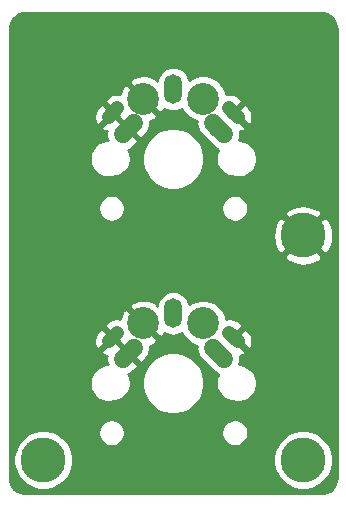
<source format=gbr>
G04 #@! TF.GenerationSoftware,KiCad,Pcbnew,(5.1.2)-2*
G04 #@! TF.CreationDate,2020-04-16T23:41:48+09:00*
G04 #@! TF.ProjectId,17mm ProMicro Cover,31376d6d-2050-4726-9f4d-6963726f2043,rev?*
G04 #@! TF.SameCoordinates,Original*
G04 #@! TF.FileFunction,Copper,L2,Bot*
G04 #@! TF.FilePolarity,Positive*
%FSLAX46Y46*%
G04 Gerber Fmt 4.6, Leading zero omitted, Abs format (unit mm)*
G04 Created by KiCad (PCBNEW (5.1.2)-2) date 2020-04-16 23:41:48*
%MOMM*%
%LPD*%
G04 APERTURE LIST*
%ADD10C,3.800000*%
%ADD11O,1.500000X2.500000*%
%ADD12C,1.200000*%
%ADD13C,1.200000*%
%ADD14C,1.500000*%
%ADD15C,1.500000*%
%ADD16C,2.700000*%
%ADD17C,0.254000*%
G04 APERTURE END LIST*
D10*
X165500000Y-118500000D03*
X165500000Y-99500000D03*
X143500000Y-118500000D03*
D11*
X154500000Y-87100000D03*
D12*
X159600000Y-89100000D03*
D13*
X159246447Y-88746447D02*
X159953553Y-89453553D01*
D12*
X149400000Y-89100000D03*
D13*
X149046447Y-89453553D02*
X149753553Y-88746447D01*
D14*
X150690000Y-90460000D03*
D15*
X150230381Y-90919619D02*
X151149619Y-90000381D01*
D14*
X158310000Y-90460000D03*
D15*
X157850381Y-90000381D02*
X158769619Y-90919619D01*
D16*
X151960000Y-87920000D03*
X157040000Y-87920000D03*
X157040000Y-106920000D03*
X151960000Y-106920000D03*
D14*
X158310000Y-109460000D03*
D15*
X157850381Y-109000381D02*
X158769619Y-109919619D01*
D14*
X150690000Y-109460000D03*
D15*
X150230381Y-109919619D02*
X151149619Y-109000381D01*
D12*
X149400000Y-108100000D03*
D13*
X149046447Y-108453553D02*
X149753553Y-107746447D01*
D12*
X159600000Y-108100000D03*
D13*
X159246447Y-107746447D02*
X159953553Y-108453553D01*
D11*
X154500000Y-106100000D03*
D17*
G36*
X167259659Y-80688625D02*
G01*
X167509429Y-80764035D01*
X167739792Y-80886522D01*
X167941980Y-81051422D01*
X168108286Y-81252450D01*
X168232378Y-81481954D01*
X168309531Y-81731195D01*
X168340000Y-82021089D01*
X168340001Y-119967711D01*
X168311375Y-120259660D01*
X168235965Y-120509429D01*
X168113477Y-120739794D01*
X167948579Y-120941979D01*
X167747546Y-121108288D01*
X167518046Y-121232378D01*
X167268805Y-121309531D01*
X166978911Y-121340000D01*
X142032279Y-121340000D01*
X141740340Y-121311375D01*
X141490571Y-121235965D01*
X141260206Y-121113477D01*
X141058021Y-120948579D01*
X140891712Y-120747546D01*
X140767622Y-120518046D01*
X140690469Y-120268805D01*
X140660000Y-119978911D01*
X140660000Y-118250324D01*
X140965000Y-118250324D01*
X140965000Y-118749676D01*
X141062418Y-119239432D01*
X141253512Y-119700773D01*
X141530937Y-120115968D01*
X141884032Y-120469063D01*
X142299227Y-120746488D01*
X142760568Y-120937582D01*
X143250324Y-121035000D01*
X143749676Y-121035000D01*
X144239432Y-120937582D01*
X144700773Y-120746488D01*
X145115968Y-120469063D01*
X145469063Y-120115968D01*
X145746488Y-119700773D01*
X145937582Y-119239432D01*
X146035000Y-118749676D01*
X146035000Y-118250324D01*
X162965000Y-118250324D01*
X162965000Y-118749676D01*
X163062418Y-119239432D01*
X163253512Y-119700773D01*
X163530937Y-120115968D01*
X163884032Y-120469063D01*
X164299227Y-120746488D01*
X164760568Y-120937582D01*
X165250324Y-121035000D01*
X165749676Y-121035000D01*
X166239432Y-120937582D01*
X166700773Y-120746488D01*
X167115968Y-120469063D01*
X167469063Y-120115968D01*
X167746488Y-119700773D01*
X167937582Y-119239432D01*
X168035000Y-118749676D01*
X168035000Y-118250324D01*
X167937582Y-117760568D01*
X167746488Y-117299227D01*
X167469063Y-116884032D01*
X167115968Y-116530937D01*
X166700773Y-116253512D01*
X166239432Y-116062418D01*
X165749676Y-115965000D01*
X165250324Y-115965000D01*
X164760568Y-116062418D01*
X164299227Y-116253512D01*
X163884032Y-116530937D01*
X163530937Y-116884032D01*
X163253512Y-117299227D01*
X163062418Y-117760568D01*
X162965000Y-118250324D01*
X146035000Y-118250324D01*
X145937582Y-117760568D01*
X145746488Y-117299227D01*
X145469063Y-116884032D01*
X145115968Y-116530937D01*
X144700773Y-116253512D01*
X144301705Y-116088212D01*
X148145000Y-116088212D01*
X148145000Y-116311788D01*
X148188617Y-116531067D01*
X148274176Y-116737624D01*
X148398388Y-116923520D01*
X148556480Y-117081612D01*
X148742376Y-117205824D01*
X148948933Y-117291383D01*
X149168212Y-117335000D01*
X149391788Y-117335000D01*
X149611067Y-117291383D01*
X149817624Y-117205824D01*
X150003520Y-117081612D01*
X150161612Y-116923520D01*
X150285824Y-116737624D01*
X150371383Y-116531067D01*
X150415000Y-116311788D01*
X150415000Y-116088212D01*
X158585000Y-116088212D01*
X158585000Y-116311788D01*
X158628617Y-116531067D01*
X158714176Y-116737624D01*
X158838388Y-116923520D01*
X158996480Y-117081612D01*
X159182376Y-117205824D01*
X159388933Y-117291383D01*
X159608212Y-117335000D01*
X159831788Y-117335000D01*
X160051067Y-117291383D01*
X160257624Y-117205824D01*
X160443520Y-117081612D01*
X160601612Y-116923520D01*
X160725824Y-116737624D01*
X160811383Y-116531067D01*
X160855000Y-116311788D01*
X160855000Y-116088212D01*
X160811383Y-115868933D01*
X160725824Y-115662376D01*
X160601612Y-115476480D01*
X160443520Y-115318388D01*
X160257624Y-115194176D01*
X160051067Y-115108617D01*
X159831788Y-115065000D01*
X159608212Y-115065000D01*
X159388933Y-115108617D01*
X159182376Y-115194176D01*
X158996480Y-115318388D01*
X158838388Y-115476480D01*
X158714176Y-115662376D01*
X158628617Y-115868933D01*
X158585000Y-116088212D01*
X150415000Y-116088212D01*
X150371383Y-115868933D01*
X150285824Y-115662376D01*
X150161612Y-115476480D01*
X150003520Y-115318388D01*
X149817624Y-115194176D01*
X149611067Y-115108617D01*
X149391788Y-115065000D01*
X149168212Y-115065000D01*
X148948933Y-115108617D01*
X148742376Y-115194176D01*
X148556480Y-115318388D01*
X148398388Y-115476480D01*
X148274176Y-115662376D01*
X148188617Y-115868933D01*
X148145000Y-116088212D01*
X144301705Y-116088212D01*
X144239432Y-116062418D01*
X143749676Y-115965000D01*
X143250324Y-115965000D01*
X142760568Y-116062418D01*
X142299227Y-116253512D01*
X141884032Y-116530937D01*
X141530937Y-116884032D01*
X141253512Y-117299227D01*
X141062418Y-117760568D01*
X140965000Y-118250324D01*
X140660000Y-118250324D01*
X140660000Y-111843891D01*
X147415000Y-111843891D01*
X147415000Y-112156109D01*
X147475911Y-112462327D01*
X147595391Y-112750779D01*
X147768850Y-113010379D01*
X147989621Y-113231150D01*
X148249221Y-113404609D01*
X148537673Y-113524089D01*
X148843891Y-113585000D01*
X149156109Y-113585000D01*
X149462327Y-113524089D01*
X149556697Y-113485000D01*
X149566260Y-113485000D01*
X149853158Y-113427932D01*
X150123411Y-113315990D01*
X150366632Y-113153475D01*
X150573475Y-112946632D01*
X150735990Y-112703411D01*
X150847932Y-112433158D01*
X150905000Y-112146260D01*
X150905000Y-111853740D01*
X150882471Y-111740475D01*
X151865000Y-111740475D01*
X151865000Y-112259525D01*
X151966261Y-112768601D01*
X152164893Y-113248141D01*
X152453262Y-113679715D01*
X152820285Y-114046738D01*
X153251859Y-114335107D01*
X153731399Y-114533739D01*
X154240475Y-114635000D01*
X154759525Y-114635000D01*
X155268601Y-114533739D01*
X155748141Y-114335107D01*
X156179715Y-114046738D01*
X156546738Y-113679715D01*
X156835107Y-113248141D01*
X157033739Y-112768601D01*
X157135000Y-112259525D01*
X157135000Y-111740475D01*
X157033739Y-111231399D01*
X156835107Y-110751859D01*
X156546738Y-110320285D01*
X156179715Y-109953262D01*
X155748141Y-109664893D01*
X155268601Y-109466261D01*
X154759525Y-109365000D01*
X154240475Y-109365000D01*
X153731399Y-109466261D01*
X153251859Y-109664893D01*
X152820285Y-109953262D01*
X152453262Y-110320285D01*
X152164893Y-110751859D01*
X151966261Y-111231399D01*
X151865000Y-111740475D01*
X150882471Y-111740475D01*
X150847932Y-111566842D01*
X150735990Y-111296589D01*
X150690115Y-111227932D01*
X150894249Y-111141762D01*
X151119921Y-110988765D01*
X151579540Y-110529145D01*
X150690000Y-109639605D01*
X150675858Y-109653748D01*
X150496253Y-109474143D01*
X150510395Y-109460000D01*
X150148474Y-109098079D01*
X150183474Y-109063079D01*
X149400000Y-108279605D01*
X148380542Y-109299063D01*
X148427125Y-109522042D01*
X148456501Y-109545944D01*
X148680952Y-109640046D01*
X148867005Y-109677886D01*
X148847217Y-109773979D01*
X148845381Y-110046619D01*
X148896770Y-110314379D01*
X148937657Y-110415000D01*
X148843891Y-110415000D01*
X148537673Y-110475911D01*
X148249221Y-110595391D01*
X147989621Y-110768850D01*
X147768850Y-110989621D01*
X147595391Y-111249221D01*
X147475911Y-111537673D01*
X147415000Y-111843891D01*
X140660000Y-111843891D01*
X140660000Y-108337176D01*
X147810401Y-108337176D01*
X147811448Y-108580553D01*
X147859954Y-108819048D01*
X147954056Y-109043499D01*
X147977958Y-109072875D01*
X148200937Y-109119458D01*
X149220395Y-108100000D01*
X148436921Y-107316526D01*
X148083367Y-107670079D01*
X147949025Y-107873021D01*
X147856855Y-108098272D01*
X147810401Y-108337176D01*
X140660000Y-108337176D01*
X140660000Y-107136921D01*
X148616526Y-107136921D01*
X149400000Y-107920395D01*
X149414143Y-107906253D01*
X149593748Y-108085858D01*
X149579605Y-108100000D01*
X149835460Y-108355855D01*
X149800460Y-108390855D01*
X150690000Y-109280395D01*
X150704143Y-109266253D01*
X150883748Y-109445858D01*
X150869605Y-109460000D01*
X151759145Y-110349540D01*
X152218765Y-109889921D01*
X152371762Y-109664249D01*
X152477793Y-109413064D01*
X152532783Y-109146021D01*
X152534619Y-108873381D01*
X152525107Y-108823820D01*
X152768116Y-108743568D01*
X153027276Y-108605044D01*
X153165233Y-108304838D01*
X151960000Y-107099605D01*
X151945858Y-107113748D01*
X151766253Y-106934143D01*
X151780395Y-106920000D01*
X150575162Y-105714767D01*
X150274956Y-105852724D01*
X150099118Y-106201967D01*
X150006357Y-106537034D01*
X149880553Y-106511448D01*
X149637176Y-106510401D01*
X149398272Y-106556855D01*
X149173021Y-106649025D01*
X148970079Y-106783367D01*
X148616526Y-107136921D01*
X140660000Y-107136921D01*
X140660000Y-105535162D01*
X150754767Y-105535162D01*
X151960000Y-106740395D01*
X151974143Y-106726253D01*
X152153748Y-106905858D01*
X152139605Y-106920000D01*
X153344838Y-108125233D01*
X153645044Y-107987276D01*
X153753676Y-107771515D01*
X153967420Y-107885764D01*
X154228494Y-107964960D01*
X154500000Y-107991701D01*
X154771507Y-107964960D01*
X155032581Y-107885764D01*
X155244553Y-107772463D01*
X155280915Y-107860250D01*
X155498149Y-108185364D01*
X155774636Y-108461851D01*
X156099750Y-108679085D01*
X156460997Y-108828718D01*
X156475307Y-108831564D01*
X156458681Y-109000381D01*
X156485421Y-109271888D01*
X156564617Y-109532961D01*
X156693225Y-109773569D01*
X156822929Y-109931614D01*
X157838386Y-110947071D01*
X157996431Y-111076776D01*
X158237038Y-111205383D01*
X158310136Y-111227557D01*
X158264010Y-111296589D01*
X158152068Y-111566842D01*
X158095000Y-111853740D01*
X158095000Y-112146260D01*
X158152068Y-112433158D01*
X158264010Y-112703411D01*
X158426525Y-112946632D01*
X158633368Y-113153475D01*
X158876589Y-113315990D01*
X159146842Y-113427932D01*
X159433740Y-113485000D01*
X159443303Y-113485000D01*
X159537673Y-113524089D01*
X159843891Y-113585000D01*
X160156109Y-113585000D01*
X160462327Y-113524089D01*
X160750779Y-113404609D01*
X161010379Y-113231150D01*
X161231150Y-113010379D01*
X161404609Y-112750779D01*
X161524089Y-112462327D01*
X161585000Y-112156109D01*
X161585000Y-111843891D01*
X161524089Y-111537673D01*
X161404609Y-111249221D01*
X161231150Y-110989621D01*
X161010379Y-110768850D01*
X160750779Y-110595391D01*
X160462327Y-110475911D01*
X160156109Y-110415000D01*
X160066667Y-110415000D01*
X160134579Y-110191126D01*
X160161319Y-109919619D01*
X160137423Y-109676986D01*
X160319048Y-109640046D01*
X160543499Y-109545944D01*
X160572875Y-109522042D01*
X160619458Y-109299063D01*
X159600000Y-108279605D01*
X159585858Y-108293748D01*
X159406253Y-108114143D01*
X159420395Y-108100000D01*
X159779605Y-108100000D01*
X160799063Y-109119458D01*
X161022042Y-109072875D01*
X161045944Y-109043499D01*
X161140046Y-108819048D01*
X161188552Y-108580553D01*
X161189599Y-108337176D01*
X161143145Y-108098272D01*
X161050975Y-107873021D01*
X160916633Y-107670079D01*
X160563079Y-107316526D01*
X159779605Y-108100000D01*
X159420395Y-108100000D01*
X159406253Y-108085858D01*
X159585858Y-107906253D01*
X159600000Y-107920395D01*
X160383474Y-107136921D01*
X160029921Y-106783367D01*
X159826979Y-106649025D01*
X159601728Y-106556855D01*
X159362824Y-106510401D01*
X159119447Y-106511448D01*
X158987943Y-106538194D01*
X158948718Y-106340997D01*
X158799085Y-105979750D01*
X158581851Y-105654636D01*
X158305364Y-105378149D01*
X157980250Y-105160915D01*
X157619003Y-105011282D01*
X157235505Y-104935000D01*
X156844495Y-104935000D01*
X156460997Y-105011282D01*
X156099750Y-105160915D01*
X155862262Y-105319599D01*
X155785764Y-105067419D01*
X155657157Y-104826812D01*
X155484080Y-104615919D01*
X155273187Y-104442843D01*
X155032580Y-104314236D01*
X154771506Y-104235040D01*
X154500000Y-104208299D01*
X154228493Y-104235040D01*
X153967419Y-104314236D01*
X153726812Y-104442843D01*
X153515919Y-104615920D01*
X153342843Y-104826813D01*
X153214236Y-105067420D01*
X153135040Y-105328494D01*
X153123607Y-105444579D01*
X153027276Y-105234956D01*
X152678033Y-105059118D01*
X152301196Y-104954793D01*
X151911247Y-104925991D01*
X151523172Y-104973816D01*
X151151884Y-105096432D01*
X150892724Y-105234956D01*
X150754767Y-105535162D01*
X140660000Y-105535162D01*
X140660000Y-101276349D01*
X163903256Y-101276349D01*
X164107362Y-101632867D01*
X164550223Y-101863575D01*
X165029583Y-102003452D01*
X165527021Y-102047123D01*
X166023422Y-101992909D01*
X166499707Y-101842894D01*
X166892638Y-101632867D01*
X167096744Y-101276349D01*
X165500000Y-99679605D01*
X163903256Y-101276349D01*
X140660000Y-101276349D01*
X140660000Y-99527021D01*
X162952877Y-99527021D01*
X163007091Y-100023422D01*
X163157106Y-100499707D01*
X163367133Y-100892638D01*
X163723651Y-101096744D01*
X165320395Y-99500000D01*
X165679605Y-99500000D01*
X167276349Y-101096744D01*
X167632867Y-100892638D01*
X167863575Y-100449777D01*
X168003452Y-99970417D01*
X168047123Y-99472979D01*
X167992909Y-98976578D01*
X167842894Y-98500293D01*
X167632867Y-98107362D01*
X167276349Y-97903256D01*
X165679605Y-99500000D01*
X165320395Y-99500000D01*
X163723651Y-97903256D01*
X163367133Y-98107362D01*
X163136425Y-98550223D01*
X162996548Y-99029583D01*
X162952877Y-99527021D01*
X140660000Y-99527021D01*
X140660000Y-97088212D01*
X148145000Y-97088212D01*
X148145000Y-97311788D01*
X148188617Y-97531067D01*
X148274176Y-97737624D01*
X148398388Y-97923520D01*
X148556480Y-98081612D01*
X148742376Y-98205824D01*
X148948933Y-98291383D01*
X149168212Y-98335000D01*
X149391788Y-98335000D01*
X149611067Y-98291383D01*
X149817624Y-98205824D01*
X150003520Y-98081612D01*
X150161612Y-97923520D01*
X150285824Y-97737624D01*
X150371383Y-97531067D01*
X150415000Y-97311788D01*
X150415000Y-97088212D01*
X158585000Y-97088212D01*
X158585000Y-97311788D01*
X158628617Y-97531067D01*
X158714176Y-97737624D01*
X158838388Y-97923520D01*
X158996480Y-98081612D01*
X159182376Y-98205824D01*
X159388933Y-98291383D01*
X159608212Y-98335000D01*
X159831788Y-98335000D01*
X160051067Y-98291383D01*
X160257624Y-98205824D01*
X160443520Y-98081612D01*
X160601612Y-97923520D01*
X160725824Y-97737624D01*
X160731611Y-97723651D01*
X163903256Y-97723651D01*
X165500000Y-99320395D01*
X167096744Y-97723651D01*
X166892638Y-97367133D01*
X166449777Y-97136425D01*
X165970417Y-96996548D01*
X165472979Y-96952877D01*
X164976578Y-97007091D01*
X164500293Y-97157106D01*
X164107362Y-97367133D01*
X163903256Y-97723651D01*
X160731611Y-97723651D01*
X160811383Y-97531067D01*
X160855000Y-97311788D01*
X160855000Y-97088212D01*
X160811383Y-96868933D01*
X160725824Y-96662376D01*
X160601612Y-96476480D01*
X160443520Y-96318388D01*
X160257624Y-96194176D01*
X160051067Y-96108617D01*
X159831788Y-96065000D01*
X159608212Y-96065000D01*
X159388933Y-96108617D01*
X159182376Y-96194176D01*
X158996480Y-96318388D01*
X158838388Y-96476480D01*
X158714176Y-96662376D01*
X158628617Y-96868933D01*
X158585000Y-97088212D01*
X150415000Y-97088212D01*
X150371383Y-96868933D01*
X150285824Y-96662376D01*
X150161612Y-96476480D01*
X150003520Y-96318388D01*
X149817624Y-96194176D01*
X149611067Y-96108617D01*
X149391788Y-96065000D01*
X149168212Y-96065000D01*
X148948933Y-96108617D01*
X148742376Y-96194176D01*
X148556480Y-96318388D01*
X148398388Y-96476480D01*
X148274176Y-96662376D01*
X148188617Y-96868933D01*
X148145000Y-97088212D01*
X140660000Y-97088212D01*
X140660000Y-92843891D01*
X147415000Y-92843891D01*
X147415000Y-93156109D01*
X147475911Y-93462327D01*
X147595391Y-93750779D01*
X147768850Y-94010379D01*
X147989621Y-94231150D01*
X148249221Y-94404609D01*
X148537673Y-94524089D01*
X148843891Y-94585000D01*
X149156109Y-94585000D01*
X149462327Y-94524089D01*
X149556697Y-94485000D01*
X149566260Y-94485000D01*
X149853158Y-94427932D01*
X150123411Y-94315990D01*
X150366632Y-94153475D01*
X150573475Y-93946632D01*
X150735990Y-93703411D01*
X150847932Y-93433158D01*
X150905000Y-93146260D01*
X150905000Y-92853740D01*
X150882471Y-92740475D01*
X151865000Y-92740475D01*
X151865000Y-93259525D01*
X151966261Y-93768601D01*
X152164893Y-94248141D01*
X152453262Y-94679715D01*
X152820285Y-95046738D01*
X153251859Y-95335107D01*
X153731399Y-95533739D01*
X154240475Y-95635000D01*
X154759525Y-95635000D01*
X155268601Y-95533739D01*
X155748141Y-95335107D01*
X156179715Y-95046738D01*
X156546738Y-94679715D01*
X156835107Y-94248141D01*
X157033739Y-93768601D01*
X157135000Y-93259525D01*
X157135000Y-92740475D01*
X157033739Y-92231399D01*
X156835107Y-91751859D01*
X156546738Y-91320285D01*
X156179715Y-90953262D01*
X155748141Y-90664893D01*
X155268601Y-90466261D01*
X154759525Y-90365000D01*
X154240475Y-90365000D01*
X153731399Y-90466261D01*
X153251859Y-90664893D01*
X152820285Y-90953262D01*
X152453262Y-91320285D01*
X152164893Y-91751859D01*
X151966261Y-92231399D01*
X151865000Y-92740475D01*
X150882471Y-92740475D01*
X150847932Y-92566842D01*
X150735990Y-92296589D01*
X150690115Y-92227932D01*
X150894249Y-92141762D01*
X151119921Y-91988765D01*
X151579540Y-91529145D01*
X150690000Y-90639605D01*
X150675858Y-90653748D01*
X150496253Y-90474143D01*
X150510395Y-90460000D01*
X150148474Y-90098079D01*
X150183474Y-90063079D01*
X149400000Y-89279605D01*
X148380542Y-90299063D01*
X148427125Y-90522042D01*
X148456501Y-90545944D01*
X148680952Y-90640046D01*
X148867005Y-90677886D01*
X148847217Y-90773979D01*
X148845381Y-91046619D01*
X148896770Y-91314379D01*
X148937657Y-91415000D01*
X148843891Y-91415000D01*
X148537673Y-91475911D01*
X148249221Y-91595391D01*
X147989621Y-91768850D01*
X147768850Y-91989621D01*
X147595391Y-92249221D01*
X147475911Y-92537673D01*
X147415000Y-92843891D01*
X140660000Y-92843891D01*
X140660000Y-89337176D01*
X147810401Y-89337176D01*
X147811448Y-89580553D01*
X147859954Y-89819048D01*
X147954056Y-90043499D01*
X147977958Y-90072875D01*
X148200937Y-90119458D01*
X149220395Y-89100000D01*
X148436921Y-88316526D01*
X148083367Y-88670079D01*
X147949025Y-88873021D01*
X147856855Y-89098272D01*
X147810401Y-89337176D01*
X140660000Y-89337176D01*
X140660000Y-88136921D01*
X148616526Y-88136921D01*
X149400000Y-88920395D01*
X149414143Y-88906253D01*
X149593748Y-89085858D01*
X149579605Y-89100000D01*
X149835460Y-89355855D01*
X149800460Y-89390855D01*
X150690000Y-90280395D01*
X150704143Y-90266253D01*
X150883748Y-90445858D01*
X150869605Y-90460000D01*
X151759145Y-91349540D01*
X152218765Y-90889921D01*
X152371762Y-90664249D01*
X152477793Y-90413064D01*
X152532783Y-90146021D01*
X152534619Y-89873381D01*
X152525107Y-89823820D01*
X152768116Y-89743568D01*
X153027276Y-89605044D01*
X153165233Y-89304838D01*
X151960000Y-88099605D01*
X151945858Y-88113748D01*
X151766253Y-87934143D01*
X151780395Y-87920000D01*
X150575162Y-86714767D01*
X150274956Y-86852724D01*
X150099118Y-87201967D01*
X150006357Y-87537034D01*
X149880553Y-87511448D01*
X149637176Y-87510401D01*
X149398272Y-87556855D01*
X149173021Y-87649025D01*
X148970079Y-87783367D01*
X148616526Y-88136921D01*
X140660000Y-88136921D01*
X140660000Y-86535162D01*
X150754767Y-86535162D01*
X151960000Y-87740395D01*
X151974143Y-87726253D01*
X152153748Y-87905858D01*
X152139605Y-87920000D01*
X153344838Y-89125233D01*
X153645044Y-88987276D01*
X153753676Y-88771515D01*
X153967420Y-88885764D01*
X154228494Y-88964960D01*
X154500000Y-88991701D01*
X154771507Y-88964960D01*
X155032581Y-88885764D01*
X155244553Y-88772463D01*
X155280915Y-88860250D01*
X155498149Y-89185364D01*
X155774636Y-89461851D01*
X156099750Y-89679085D01*
X156460997Y-89828718D01*
X156475307Y-89831564D01*
X156458681Y-90000381D01*
X156485421Y-90271888D01*
X156564617Y-90532961D01*
X156693225Y-90773569D01*
X156822929Y-90931614D01*
X157838386Y-91947071D01*
X157996431Y-92076776D01*
X158237038Y-92205383D01*
X158310136Y-92227557D01*
X158264010Y-92296589D01*
X158152068Y-92566842D01*
X158095000Y-92853740D01*
X158095000Y-93146260D01*
X158152068Y-93433158D01*
X158264010Y-93703411D01*
X158426525Y-93946632D01*
X158633368Y-94153475D01*
X158876589Y-94315990D01*
X159146842Y-94427932D01*
X159433740Y-94485000D01*
X159443303Y-94485000D01*
X159537673Y-94524089D01*
X159843891Y-94585000D01*
X160156109Y-94585000D01*
X160462327Y-94524089D01*
X160750779Y-94404609D01*
X161010379Y-94231150D01*
X161231150Y-94010379D01*
X161404609Y-93750779D01*
X161524089Y-93462327D01*
X161585000Y-93156109D01*
X161585000Y-92843891D01*
X161524089Y-92537673D01*
X161404609Y-92249221D01*
X161231150Y-91989621D01*
X161010379Y-91768850D01*
X160750779Y-91595391D01*
X160462327Y-91475911D01*
X160156109Y-91415000D01*
X160066667Y-91415000D01*
X160134579Y-91191126D01*
X160161319Y-90919619D01*
X160137423Y-90676986D01*
X160319048Y-90640046D01*
X160543499Y-90545944D01*
X160572875Y-90522042D01*
X160619458Y-90299063D01*
X159600000Y-89279605D01*
X159585858Y-89293748D01*
X159406253Y-89114143D01*
X159420395Y-89100000D01*
X159779605Y-89100000D01*
X160799063Y-90119458D01*
X161022042Y-90072875D01*
X161045944Y-90043499D01*
X161140046Y-89819048D01*
X161188552Y-89580553D01*
X161189599Y-89337176D01*
X161143145Y-89098272D01*
X161050975Y-88873021D01*
X160916633Y-88670079D01*
X160563079Y-88316526D01*
X159779605Y-89100000D01*
X159420395Y-89100000D01*
X159406253Y-89085858D01*
X159585858Y-88906253D01*
X159600000Y-88920395D01*
X160383474Y-88136921D01*
X160029921Y-87783367D01*
X159826979Y-87649025D01*
X159601728Y-87556855D01*
X159362824Y-87510401D01*
X159119447Y-87511448D01*
X158987943Y-87538194D01*
X158948718Y-87340997D01*
X158799085Y-86979750D01*
X158581851Y-86654636D01*
X158305364Y-86378149D01*
X157980250Y-86160915D01*
X157619003Y-86011282D01*
X157235505Y-85935000D01*
X156844495Y-85935000D01*
X156460997Y-86011282D01*
X156099750Y-86160915D01*
X155862262Y-86319599D01*
X155785764Y-86067419D01*
X155657157Y-85826812D01*
X155484080Y-85615919D01*
X155273187Y-85442843D01*
X155032580Y-85314236D01*
X154771506Y-85235040D01*
X154500000Y-85208299D01*
X154228493Y-85235040D01*
X153967419Y-85314236D01*
X153726812Y-85442843D01*
X153515919Y-85615920D01*
X153342843Y-85826813D01*
X153214236Y-86067420D01*
X153135040Y-86328494D01*
X153123607Y-86444579D01*
X153027276Y-86234956D01*
X152678033Y-86059118D01*
X152301196Y-85954793D01*
X151911247Y-85925991D01*
X151523172Y-85973816D01*
X151151884Y-86096432D01*
X150892724Y-86234956D01*
X150754767Y-86535162D01*
X140660000Y-86535162D01*
X140660000Y-82032279D01*
X140688625Y-81740341D01*
X140764035Y-81490571D01*
X140886522Y-81260208D01*
X141051422Y-81058020D01*
X141252450Y-80891714D01*
X141481954Y-80767622D01*
X141731195Y-80690469D01*
X142021088Y-80660000D01*
X166967721Y-80660000D01*
X167259659Y-80688625D01*
X167259659Y-80688625D01*
G37*
X167259659Y-80688625D02*
X167509429Y-80764035D01*
X167739792Y-80886522D01*
X167941980Y-81051422D01*
X168108286Y-81252450D01*
X168232378Y-81481954D01*
X168309531Y-81731195D01*
X168340000Y-82021089D01*
X168340001Y-119967711D01*
X168311375Y-120259660D01*
X168235965Y-120509429D01*
X168113477Y-120739794D01*
X167948579Y-120941979D01*
X167747546Y-121108288D01*
X167518046Y-121232378D01*
X167268805Y-121309531D01*
X166978911Y-121340000D01*
X142032279Y-121340000D01*
X141740340Y-121311375D01*
X141490571Y-121235965D01*
X141260206Y-121113477D01*
X141058021Y-120948579D01*
X140891712Y-120747546D01*
X140767622Y-120518046D01*
X140690469Y-120268805D01*
X140660000Y-119978911D01*
X140660000Y-118250324D01*
X140965000Y-118250324D01*
X140965000Y-118749676D01*
X141062418Y-119239432D01*
X141253512Y-119700773D01*
X141530937Y-120115968D01*
X141884032Y-120469063D01*
X142299227Y-120746488D01*
X142760568Y-120937582D01*
X143250324Y-121035000D01*
X143749676Y-121035000D01*
X144239432Y-120937582D01*
X144700773Y-120746488D01*
X145115968Y-120469063D01*
X145469063Y-120115968D01*
X145746488Y-119700773D01*
X145937582Y-119239432D01*
X146035000Y-118749676D01*
X146035000Y-118250324D01*
X162965000Y-118250324D01*
X162965000Y-118749676D01*
X163062418Y-119239432D01*
X163253512Y-119700773D01*
X163530937Y-120115968D01*
X163884032Y-120469063D01*
X164299227Y-120746488D01*
X164760568Y-120937582D01*
X165250324Y-121035000D01*
X165749676Y-121035000D01*
X166239432Y-120937582D01*
X166700773Y-120746488D01*
X167115968Y-120469063D01*
X167469063Y-120115968D01*
X167746488Y-119700773D01*
X167937582Y-119239432D01*
X168035000Y-118749676D01*
X168035000Y-118250324D01*
X167937582Y-117760568D01*
X167746488Y-117299227D01*
X167469063Y-116884032D01*
X167115968Y-116530937D01*
X166700773Y-116253512D01*
X166239432Y-116062418D01*
X165749676Y-115965000D01*
X165250324Y-115965000D01*
X164760568Y-116062418D01*
X164299227Y-116253512D01*
X163884032Y-116530937D01*
X163530937Y-116884032D01*
X163253512Y-117299227D01*
X163062418Y-117760568D01*
X162965000Y-118250324D01*
X146035000Y-118250324D01*
X145937582Y-117760568D01*
X145746488Y-117299227D01*
X145469063Y-116884032D01*
X145115968Y-116530937D01*
X144700773Y-116253512D01*
X144301705Y-116088212D01*
X148145000Y-116088212D01*
X148145000Y-116311788D01*
X148188617Y-116531067D01*
X148274176Y-116737624D01*
X148398388Y-116923520D01*
X148556480Y-117081612D01*
X148742376Y-117205824D01*
X148948933Y-117291383D01*
X149168212Y-117335000D01*
X149391788Y-117335000D01*
X149611067Y-117291383D01*
X149817624Y-117205824D01*
X150003520Y-117081612D01*
X150161612Y-116923520D01*
X150285824Y-116737624D01*
X150371383Y-116531067D01*
X150415000Y-116311788D01*
X150415000Y-116088212D01*
X158585000Y-116088212D01*
X158585000Y-116311788D01*
X158628617Y-116531067D01*
X158714176Y-116737624D01*
X158838388Y-116923520D01*
X158996480Y-117081612D01*
X159182376Y-117205824D01*
X159388933Y-117291383D01*
X159608212Y-117335000D01*
X159831788Y-117335000D01*
X160051067Y-117291383D01*
X160257624Y-117205824D01*
X160443520Y-117081612D01*
X160601612Y-116923520D01*
X160725824Y-116737624D01*
X160811383Y-116531067D01*
X160855000Y-116311788D01*
X160855000Y-116088212D01*
X160811383Y-115868933D01*
X160725824Y-115662376D01*
X160601612Y-115476480D01*
X160443520Y-115318388D01*
X160257624Y-115194176D01*
X160051067Y-115108617D01*
X159831788Y-115065000D01*
X159608212Y-115065000D01*
X159388933Y-115108617D01*
X159182376Y-115194176D01*
X158996480Y-115318388D01*
X158838388Y-115476480D01*
X158714176Y-115662376D01*
X158628617Y-115868933D01*
X158585000Y-116088212D01*
X150415000Y-116088212D01*
X150371383Y-115868933D01*
X150285824Y-115662376D01*
X150161612Y-115476480D01*
X150003520Y-115318388D01*
X149817624Y-115194176D01*
X149611067Y-115108617D01*
X149391788Y-115065000D01*
X149168212Y-115065000D01*
X148948933Y-115108617D01*
X148742376Y-115194176D01*
X148556480Y-115318388D01*
X148398388Y-115476480D01*
X148274176Y-115662376D01*
X148188617Y-115868933D01*
X148145000Y-116088212D01*
X144301705Y-116088212D01*
X144239432Y-116062418D01*
X143749676Y-115965000D01*
X143250324Y-115965000D01*
X142760568Y-116062418D01*
X142299227Y-116253512D01*
X141884032Y-116530937D01*
X141530937Y-116884032D01*
X141253512Y-117299227D01*
X141062418Y-117760568D01*
X140965000Y-118250324D01*
X140660000Y-118250324D01*
X140660000Y-111843891D01*
X147415000Y-111843891D01*
X147415000Y-112156109D01*
X147475911Y-112462327D01*
X147595391Y-112750779D01*
X147768850Y-113010379D01*
X147989621Y-113231150D01*
X148249221Y-113404609D01*
X148537673Y-113524089D01*
X148843891Y-113585000D01*
X149156109Y-113585000D01*
X149462327Y-113524089D01*
X149556697Y-113485000D01*
X149566260Y-113485000D01*
X149853158Y-113427932D01*
X150123411Y-113315990D01*
X150366632Y-113153475D01*
X150573475Y-112946632D01*
X150735990Y-112703411D01*
X150847932Y-112433158D01*
X150905000Y-112146260D01*
X150905000Y-111853740D01*
X150882471Y-111740475D01*
X151865000Y-111740475D01*
X151865000Y-112259525D01*
X151966261Y-112768601D01*
X152164893Y-113248141D01*
X152453262Y-113679715D01*
X152820285Y-114046738D01*
X153251859Y-114335107D01*
X153731399Y-114533739D01*
X154240475Y-114635000D01*
X154759525Y-114635000D01*
X155268601Y-114533739D01*
X155748141Y-114335107D01*
X156179715Y-114046738D01*
X156546738Y-113679715D01*
X156835107Y-113248141D01*
X157033739Y-112768601D01*
X157135000Y-112259525D01*
X157135000Y-111740475D01*
X157033739Y-111231399D01*
X156835107Y-110751859D01*
X156546738Y-110320285D01*
X156179715Y-109953262D01*
X155748141Y-109664893D01*
X155268601Y-109466261D01*
X154759525Y-109365000D01*
X154240475Y-109365000D01*
X153731399Y-109466261D01*
X153251859Y-109664893D01*
X152820285Y-109953262D01*
X152453262Y-110320285D01*
X152164893Y-110751859D01*
X151966261Y-111231399D01*
X151865000Y-111740475D01*
X150882471Y-111740475D01*
X150847932Y-111566842D01*
X150735990Y-111296589D01*
X150690115Y-111227932D01*
X150894249Y-111141762D01*
X151119921Y-110988765D01*
X151579540Y-110529145D01*
X150690000Y-109639605D01*
X150675858Y-109653748D01*
X150496253Y-109474143D01*
X150510395Y-109460000D01*
X150148474Y-109098079D01*
X150183474Y-109063079D01*
X149400000Y-108279605D01*
X148380542Y-109299063D01*
X148427125Y-109522042D01*
X148456501Y-109545944D01*
X148680952Y-109640046D01*
X148867005Y-109677886D01*
X148847217Y-109773979D01*
X148845381Y-110046619D01*
X148896770Y-110314379D01*
X148937657Y-110415000D01*
X148843891Y-110415000D01*
X148537673Y-110475911D01*
X148249221Y-110595391D01*
X147989621Y-110768850D01*
X147768850Y-110989621D01*
X147595391Y-111249221D01*
X147475911Y-111537673D01*
X147415000Y-111843891D01*
X140660000Y-111843891D01*
X140660000Y-108337176D01*
X147810401Y-108337176D01*
X147811448Y-108580553D01*
X147859954Y-108819048D01*
X147954056Y-109043499D01*
X147977958Y-109072875D01*
X148200937Y-109119458D01*
X149220395Y-108100000D01*
X148436921Y-107316526D01*
X148083367Y-107670079D01*
X147949025Y-107873021D01*
X147856855Y-108098272D01*
X147810401Y-108337176D01*
X140660000Y-108337176D01*
X140660000Y-107136921D01*
X148616526Y-107136921D01*
X149400000Y-107920395D01*
X149414143Y-107906253D01*
X149593748Y-108085858D01*
X149579605Y-108100000D01*
X149835460Y-108355855D01*
X149800460Y-108390855D01*
X150690000Y-109280395D01*
X150704143Y-109266253D01*
X150883748Y-109445858D01*
X150869605Y-109460000D01*
X151759145Y-110349540D01*
X152218765Y-109889921D01*
X152371762Y-109664249D01*
X152477793Y-109413064D01*
X152532783Y-109146021D01*
X152534619Y-108873381D01*
X152525107Y-108823820D01*
X152768116Y-108743568D01*
X153027276Y-108605044D01*
X153165233Y-108304838D01*
X151960000Y-107099605D01*
X151945858Y-107113748D01*
X151766253Y-106934143D01*
X151780395Y-106920000D01*
X150575162Y-105714767D01*
X150274956Y-105852724D01*
X150099118Y-106201967D01*
X150006357Y-106537034D01*
X149880553Y-106511448D01*
X149637176Y-106510401D01*
X149398272Y-106556855D01*
X149173021Y-106649025D01*
X148970079Y-106783367D01*
X148616526Y-107136921D01*
X140660000Y-107136921D01*
X140660000Y-105535162D01*
X150754767Y-105535162D01*
X151960000Y-106740395D01*
X151974143Y-106726253D01*
X152153748Y-106905858D01*
X152139605Y-106920000D01*
X153344838Y-108125233D01*
X153645044Y-107987276D01*
X153753676Y-107771515D01*
X153967420Y-107885764D01*
X154228494Y-107964960D01*
X154500000Y-107991701D01*
X154771507Y-107964960D01*
X155032581Y-107885764D01*
X155244553Y-107772463D01*
X155280915Y-107860250D01*
X155498149Y-108185364D01*
X155774636Y-108461851D01*
X156099750Y-108679085D01*
X156460997Y-108828718D01*
X156475307Y-108831564D01*
X156458681Y-109000381D01*
X156485421Y-109271888D01*
X156564617Y-109532961D01*
X156693225Y-109773569D01*
X156822929Y-109931614D01*
X157838386Y-110947071D01*
X157996431Y-111076776D01*
X158237038Y-111205383D01*
X158310136Y-111227557D01*
X158264010Y-111296589D01*
X158152068Y-111566842D01*
X158095000Y-111853740D01*
X158095000Y-112146260D01*
X158152068Y-112433158D01*
X158264010Y-112703411D01*
X158426525Y-112946632D01*
X158633368Y-113153475D01*
X158876589Y-113315990D01*
X159146842Y-113427932D01*
X159433740Y-113485000D01*
X159443303Y-113485000D01*
X159537673Y-113524089D01*
X159843891Y-113585000D01*
X160156109Y-113585000D01*
X160462327Y-113524089D01*
X160750779Y-113404609D01*
X161010379Y-113231150D01*
X161231150Y-113010379D01*
X161404609Y-112750779D01*
X161524089Y-112462327D01*
X161585000Y-112156109D01*
X161585000Y-111843891D01*
X161524089Y-111537673D01*
X161404609Y-111249221D01*
X161231150Y-110989621D01*
X161010379Y-110768850D01*
X160750779Y-110595391D01*
X160462327Y-110475911D01*
X160156109Y-110415000D01*
X160066667Y-110415000D01*
X160134579Y-110191126D01*
X160161319Y-109919619D01*
X160137423Y-109676986D01*
X160319048Y-109640046D01*
X160543499Y-109545944D01*
X160572875Y-109522042D01*
X160619458Y-109299063D01*
X159600000Y-108279605D01*
X159585858Y-108293748D01*
X159406253Y-108114143D01*
X159420395Y-108100000D01*
X159779605Y-108100000D01*
X160799063Y-109119458D01*
X161022042Y-109072875D01*
X161045944Y-109043499D01*
X161140046Y-108819048D01*
X161188552Y-108580553D01*
X161189599Y-108337176D01*
X161143145Y-108098272D01*
X161050975Y-107873021D01*
X160916633Y-107670079D01*
X160563079Y-107316526D01*
X159779605Y-108100000D01*
X159420395Y-108100000D01*
X159406253Y-108085858D01*
X159585858Y-107906253D01*
X159600000Y-107920395D01*
X160383474Y-107136921D01*
X160029921Y-106783367D01*
X159826979Y-106649025D01*
X159601728Y-106556855D01*
X159362824Y-106510401D01*
X159119447Y-106511448D01*
X158987943Y-106538194D01*
X158948718Y-106340997D01*
X158799085Y-105979750D01*
X158581851Y-105654636D01*
X158305364Y-105378149D01*
X157980250Y-105160915D01*
X157619003Y-105011282D01*
X157235505Y-104935000D01*
X156844495Y-104935000D01*
X156460997Y-105011282D01*
X156099750Y-105160915D01*
X155862262Y-105319599D01*
X155785764Y-105067419D01*
X155657157Y-104826812D01*
X155484080Y-104615919D01*
X155273187Y-104442843D01*
X155032580Y-104314236D01*
X154771506Y-104235040D01*
X154500000Y-104208299D01*
X154228493Y-104235040D01*
X153967419Y-104314236D01*
X153726812Y-104442843D01*
X153515919Y-104615920D01*
X153342843Y-104826813D01*
X153214236Y-105067420D01*
X153135040Y-105328494D01*
X153123607Y-105444579D01*
X153027276Y-105234956D01*
X152678033Y-105059118D01*
X152301196Y-104954793D01*
X151911247Y-104925991D01*
X151523172Y-104973816D01*
X151151884Y-105096432D01*
X150892724Y-105234956D01*
X150754767Y-105535162D01*
X140660000Y-105535162D01*
X140660000Y-101276349D01*
X163903256Y-101276349D01*
X164107362Y-101632867D01*
X164550223Y-101863575D01*
X165029583Y-102003452D01*
X165527021Y-102047123D01*
X166023422Y-101992909D01*
X166499707Y-101842894D01*
X166892638Y-101632867D01*
X167096744Y-101276349D01*
X165500000Y-99679605D01*
X163903256Y-101276349D01*
X140660000Y-101276349D01*
X140660000Y-99527021D01*
X162952877Y-99527021D01*
X163007091Y-100023422D01*
X163157106Y-100499707D01*
X163367133Y-100892638D01*
X163723651Y-101096744D01*
X165320395Y-99500000D01*
X165679605Y-99500000D01*
X167276349Y-101096744D01*
X167632867Y-100892638D01*
X167863575Y-100449777D01*
X168003452Y-99970417D01*
X168047123Y-99472979D01*
X167992909Y-98976578D01*
X167842894Y-98500293D01*
X167632867Y-98107362D01*
X167276349Y-97903256D01*
X165679605Y-99500000D01*
X165320395Y-99500000D01*
X163723651Y-97903256D01*
X163367133Y-98107362D01*
X163136425Y-98550223D01*
X162996548Y-99029583D01*
X162952877Y-99527021D01*
X140660000Y-99527021D01*
X140660000Y-97088212D01*
X148145000Y-97088212D01*
X148145000Y-97311788D01*
X148188617Y-97531067D01*
X148274176Y-97737624D01*
X148398388Y-97923520D01*
X148556480Y-98081612D01*
X148742376Y-98205824D01*
X148948933Y-98291383D01*
X149168212Y-98335000D01*
X149391788Y-98335000D01*
X149611067Y-98291383D01*
X149817624Y-98205824D01*
X150003520Y-98081612D01*
X150161612Y-97923520D01*
X150285824Y-97737624D01*
X150371383Y-97531067D01*
X150415000Y-97311788D01*
X150415000Y-97088212D01*
X158585000Y-97088212D01*
X158585000Y-97311788D01*
X158628617Y-97531067D01*
X158714176Y-97737624D01*
X158838388Y-97923520D01*
X158996480Y-98081612D01*
X159182376Y-98205824D01*
X159388933Y-98291383D01*
X159608212Y-98335000D01*
X159831788Y-98335000D01*
X160051067Y-98291383D01*
X160257624Y-98205824D01*
X160443520Y-98081612D01*
X160601612Y-97923520D01*
X160725824Y-97737624D01*
X160731611Y-97723651D01*
X163903256Y-97723651D01*
X165500000Y-99320395D01*
X167096744Y-97723651D01*
X166892638Y-97367133D01*
X166449777Y-97136425D01*
X165970417Y-96996548D01*
X165472979Y-96952877D01*
X164976578Y-97007091D01*
X164500293Y-97157106D01*
X164107362Y-97367133D01*
X163903256Y-97723651D01*
X160731611Y-97723651D01*
X160811383Y-97531067D01*
X160855000Y-97311788D01*
X160855000Y-97088212D01*
X160811383Y-96868933D01*
X160725824Y-96662376D01*
X160601612Y-96476480D01*
X160443520Y-96318388D01*
X160257624Y-96194176D01*
X160051067Y-96108617D01*
X159831788Y-96065000D01*
X159608212Y-96065000D01*
X159388933Y-96108617D01*
X159182376Y-96194176D01*
X158996480Y-96318388D01*
X158838388Y-96476480D01*
X158714176Y-96662376D01*
X158628617Y-96868933D01*
X158585000Y-97088212D01*
X150415000Y-97088212D01*
X150371383Y-96868933D01*
X150285824Y-96662376D01*
X150161612Y-96476480D01*
X150003520Y-96318388D01*
X149817624Y-96194176D01*
X149611067Y-96108617D01*
X149391788Y-96065000D01*
X149168212Y-96065000D01*
X148948933Y-96108617D01*
X148742376Y-96194176D01*
X148556480Y-96318388D01*
X148398388Y-96476480D01*
X148274176Y-96662376D01*
X148188617Y-96868933D01*
X148145000Y-97088212D01*
X140660000Y-97088212D01*
X140660000Y-92843891D01*
X147415000Y-92843891D01*
X147415000Y-93156109D01*
X147475911Y-93462327D01*
X147595391Y-93750779D01*
X147768850Y-94010379D01*
X147989621Y-94231150D01*
X148249221Y-94404609D01*
X148537673Y-94524089D01*
X148843891Y-94585000D01*
X149156109Y-94585000D01*
X149462327Y-94524089D01*
X149556697Y-94485000D01*
X149566260Y-94485000D01*
X149853158Y-94427932D01*
X150123411Y-94315990D01*
X150366632Y-94153475D01*
X150573475Y-93946632D01*
X150735990Y-93703411D01*
X150847932Y-93433158D01*
X150905000Y-93146260D01*
X150905000Y-92853740D01*
X150882471Y-92740475D01*
X151865000Y-92740475D01*
X151865000Y-93259525D01*
X151966261Y-93768601D01*
X152164893Y-94248141D01*
X152453262Y-94679715D01*
X152820285Y-95046738D01*
X153251859Y-95335107D01*
X153731399Y-95533739D01*
X154240475Y-95635000D01*
X154759525Y-95635000D01*
X155268601Y-95533739D01*
X155748141Y-95335107D01*
X156179715Y-95046738D01*
X156546738Y-94679715D01*
X156835107Y-94248141D01*
X157033739Y-93768601D01*
X157135000Y-93259525D01*
X157135000Y-92740475D01*
X157033739Y-92231399D01*
X156835107Y-91751859D01*
X156546738Y-91320285D01*
X156179715Y-90953262D01*
X155748141Y-90664893D01*
X155268601Y-90466261D01*
X154759525Y-90365000D01*
X154240475Y-90365000D01*
X153731399Y-90466261D01*
X153251859Y-90664893D01*
X152820285Y-90953262D01*
X152453262Y-91320285D01*
X152164893Y-91751859D01*
X151966261Y-92231399D01*
X151865000Y-92740475D01*
X150882471Y-92740475D01*
X150847932Y-92566842D01*
X150735990Y-92296589D01*
X150690115Y-92227932D01*
X150894249Y-92141762D01*
X151119921Y-91988765D01*
X151579540Y-91529145D01*
X150690000Y-90639605D01*
X150675858Y-90653748D01*
X150496253Y-90474143D01*
X150510395Y-90460000D01*
X150148474Y-90098079D01*
X150183474Y-90063079D01*
X149400000Y-89279605D01*
X148380542Y-90299063D01*
X148427125Y-90522042D01*
X148456501Y-90545944D01*
X148680952Y-90640046D01*
X148867005Y-90677886D01*
X148847217Y-90773979D01*
X148845381Y-91046619D01*
X148896770Y-91314379D01*
X148937657Y-91415000D01*
X148843891Y-91415000D01*
X148537673Y-91475911D01*
X148249221Y-91595391D01*
X147989621Y-91768850D01*
X147768850Y-91989621D01*
X147595391Y-92249221D01*
X147475911Y-92537673D01*
X147415000Y-92843891D01*
X140660000Y-92843891D01*
X140660000Y-89337176D01*
X147810401Y-89337176D01*
X147811448Y-89580553D01*
X147859954Y-89819048D01*
X147954056Y-90043499D01*
X147977958Y-90072875D01*
X148200937Y-90119458D01*
X149220395Y-89100000D01*
X148436921Y-88316526D01*
X148083367Y-88670079D01*
X147949025Y-88873021D01*
X147856855Y-89098272D01*
X147810401Y-89337176D01*
X140660000Y-89337176D01*
X140660000Y-88136921D01*
X148616526Y-88136921D01*
X149400000Y-88920395D01*
X149414143Y-88906253D01*
X149593748Y-89085858D01*
X149579605Y-89100000D01*
X149835460Y-89355855D01*
X149800460Y-89390855D01*
X150690000Y-90280395D01*
X150704143Y-90266253D01*
X150883748Y-90445858D01*
X150869605Y-90460000D01*
X151759145Y-91349540D01*
X152218765Y-90889921D01*
X152371762Y-90664249D01*
X152477793Y-90413064D01*
X152532783Y-90146021D01*
X152534619Y-89873381D01*
X152525107Y-89823820D01*
X152768116Y-89743568D01*
X153027276Y-89605044D01*
X153165233Y-89304838D01*
X151960000Y-88099605D01*
X151945858Y-88113748D01*
X151766253Y-87934143D01*
X151780395Y-87920000D01*
X150575162Y-86714767D01*
X150274956Y-86852724D01*
X150099118Y-87201967D01*
X150006357Y-87537034D01*
X149880553Y-87511448D01*
X149637176Y-87510401D01*
X149398272Y-87556855D01*
X149173021Y-87649025D01*
X148970079Y-87783367D01*
X148616526Y-88136921D01*
X140660000Y-88136921D01*
X140660000Y-86535162D01*
X150754767Y-86535162D01*
X151960000Y-87740395D01*
X151974143Y-87726253D01*
X152153748Y-87905858D01*
X152139605Y-87920000D01*
X153344838Y-89125233D01*
X153645044Y-88987276D01*
X153753676Y-88771515D01*
X153967420Y-88885764D01*
X154228494Y-88964960D01*
X154500000Y-88991701D01*
X154771507Y-88964960D01*
X155032581Y-88885764D01*
X155244553Y-88772463D01*
X155280915Y-88860250D01*
X155498149Y-89185364D01*
X155774636Y-89461851D01*
X156099750Y-89679085D01*
X156460997Y-89828718D01*
X156475307Y-89831564D01*
X156458681Y-90000381D01*
X156485421Y-90271888D01*
X156564617Y-90532961D01*
X156693225Y-90773569D01*
X156822929Y-90931614D01*
X157838386Y-91947071D01*
X157996431Y-92076776D01*
X158237038Y-92205383D01*
X158310136Y-92227557D01*
X158264010Y-92296589D01*
X158152068Y-92566842D01*
X158095000Y-92853740D01*
X158095000Y-93146260D01*
X158152068Y-93433158D01*
X158264010Y-93703411D01*
X158426525Y-93946632D01*
X158633368Y-94153475D01*
X158876589Y-94315990D01*
X159146842Y-94427932D01*
X159433740Y-94485000D01*
X159443303Y-94485000D01*
X159537673Y-94524089D01*
X159843891Y-94585000D01*
X160156109Y-94585000D01*
X160462327Y-94524089D01*
X160750779Y-94404609D01*
X161010379Y-94231150D01*
X161231150Y-94010379D01*
X161404609Y-93750779D01*
X161524089Y-93462327D01*
X161585000Y-93156109D01*
X161585000Y-92843891D01*
X161524089Y-92537673D01*
X161404609Y-92249221D01*
X161231150Y-91989621D01*
X161010379Y-91768850D01*
X160750779Y-91595391D01*
X160462327Y-91475911D01*
X160156109Y-91415000D01*
X160066667Y-91415000D01*
X160134579Y-91191126D01*
X160161319Y-90919619D01*
X160137423Y-90676986D01*
X160319048Y-90640046D01*
X160543499Y-90545944D01*
X160572875Y-90522042D01*
X160619458Y-90299063D01*
X159600000Y-89279605D01*
X159585858Y-89293748D01*
X159406253Y-89114143D01*
X159420395Y-89100000D01*
X159779605Y-89100000D01*
X160799063Y-90119458D01*
X161022042Y-90072875D01*
X161045944Y-90043499D01*
X161140046Y-89819048D01*
X161188552Y-89580553D01*
X161189599Y-89337176D01*
X161143145Y-89098272D01*
X161050975Y-88873021D01*
X160916633Y-88670079D01*
X160563079Y-88316526D01*
X159779605Y-89100000D01*
X159420395Y-89100000D01*
X159406253Y-89085858D01*
X159585858Y-88906253D01*
X159600000Y-88920395D01*
X160383474Y-88136921D01*
X160029921Y-87783367D01*
X159826979Y-87649025D01*
X159601728Y-87556855D01*
X159362824Y-87510401D01*
X159119447Y-87511448D01*
X158987943Y-87538194D01*
X158948718Y-87340997D01*
X158799085Y-86979750D01*
X158581851Y-86654636D01*
X158305364Y-86378149D01*
X157980250Y-86160915D01*
X157619003Y-86011282D01*
X157235505Y-85935000D01*
X156844495Y-85935000D01*
X156460997Y-86011282D01*
X156099750Y-86160915D01*
X155862262Y-86319599D01*
X155785764Y-86067419D01*
X155657157Y-85826812D01*
X155484080Y-85615919D01*
X155273187Y-85442843D01*
X155032580Y-85314236D01*
X154771506Y-85235040D01*
X154500000Y-85208299D01*
X154228493Y-85235040D01*
X153967419Y-85314236D01*
X153726812Y-85442843D01*
X153515919Y-85615920D01*
X153342843Y-85826813D01*
X153214236Y-86067420D01*
X153135040Y-86328494D01*
X153123607Y-86444579D01*
X153027276Y-86234956D01*
X152678033Y-86059118D01*
X152301196Y-85954793D01*
X151911247Y-85925991D01*
X151523172Y-85973816D01*
X151151884Y-86096432D01*
X150892724Y-86234956D01*
X150754767Y-86535162D01*
X140660000Y-86535162D01*
X140660000Y-82032279D01*
X140688625Y-81740341D01*
X140764035Y-81490571D01*
X140886522Y-81260208D01*
X141051422Y-81058020D01*
X141252450Y-80891714D01*
X141481954Y-80767622D01*
X141731195Y-80690469D01*
X142021088Y-80660000D01*
X166967721Y-80660000D01*
X167259659Y-80688625D01*
M02*

</source>
